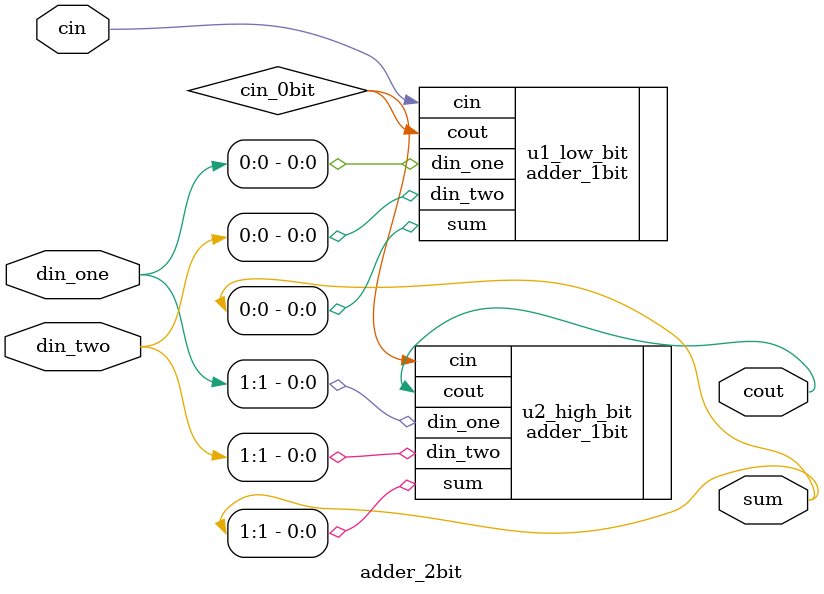
<source format=v>
module adder_2bit(
    input [1:0] din_one,
    input [1:0] din_two,
    input cin,

    output [1:0] sum,
    output cout
);
    wire cin_0bit;

    adder_1bit u1_low_bit(
        .din_one(din_one[0]),
        .din_two(din_two[0]),
        .cin(cin),
        .sum(sum[0]),
        .cout(cin_0bit)
    );

    adder_1bit u2_high_bit(
        .din_one(din_one[1]),
        .din_two(din_two[1]),
        .cin(cin_0bit),
        .sum(sum[1]),
        .cout(cout)
    );

endmodule

</source>
